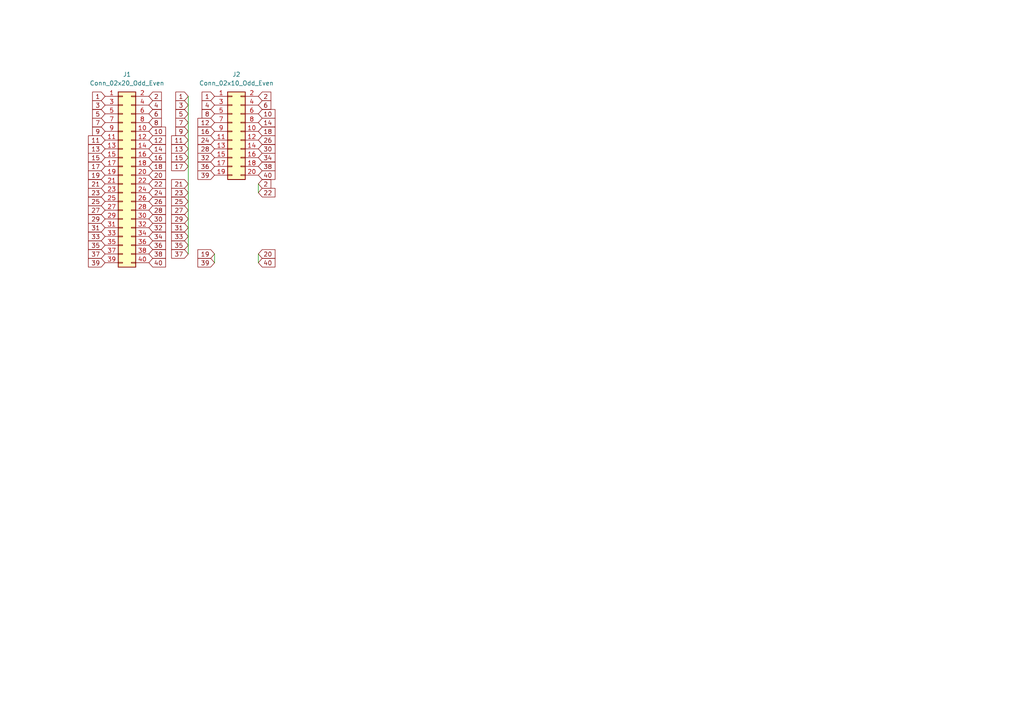
<source format=kicad_sch>
(kicad_sch (version 20211123) (generator eeschema)
  (paper "A4")
  (lib_symbols
    (symbol "Connector_Generic:Conn_02x10_Odd_Even" (pin_names (offset 1.016) hide)
      (property "Reference" "J" (at 1.27 12.7 0))
      (property "Value" "Conn_02x10_Odd_Even" (at 1.27 -15.24 0))
      (symbol "Conn_02x10_Odd_Even_1_1"
        (rectangle (start -1.27 -12.573) (end 0 -12.827) (stroke (width 0.1524)))
        (rectangle (start -1.27 -10.033) (end 0 -10.287) (stroke (width 0.1524)))
        (rectangle (start -1.27 -7.493) (end 0 -7.747) (stroke (width 0.1524)))
        (rectangle (start -1.27 -4.953) (end 0 -5.207) (stroke (width 0.1524)))
        (rectangle (start -1.27 -2.413) (end 0 -2.667) (stroke (width 0.1524)))
        (rectangle (start -1.27 0.127) (end 0 -0.127) (stroke (width 0.1524)))
        (rectangle (start -1.27 2.667) (end 0 2.413) (stroke (width 0.1524)))
        (rectangle (start -1.27 5.207) (end 0 4.953) (stroke (width 0.1524)))
        (rectangle (start -1.27 7.747) (end 0 7.493) (stroke (width 0.1524)))
        (rectangle (start -1.27 10.287) (end 0 10.033) (stroke (width 0.1524)))
        (rectangle (start -1.27 11.43) (end 3.81 -13.97) (stroke (width 0.254)) (fill (type background)))
        (rectangle (start 3.81 -12.573) (end 2.54 -12.827) (stroke (width 0.1524)))
        (rectangle (start 3.81 -10.033) (end 2.54 -10.287) (stroke (width 0.1524)))
        (rectangle (start 3.81 -7.493) (end 2.54 -7.747) (stroke (width 0.1524)))
        (rectangle (start 3.81 -4.953) (end 2.54 -5.207) (stroke (width 0.1524)))
        (rectangle (start 3.81 -2.413) (end 2.54 -2.667) (stroke (width 0.1524)))
        (rectangle (start 3.81 0.127) (end 2.54 -0.127) (stroke (width 0.1524)))
        (rectangle (start 3.81 2.667) (end 2.54 2.413) (stroke (width 0.1524)))
        (rectangle (start 3.81 5.207) (end 2.54 4.953) (stroke (width 0.1524)))
        (rectangle (start 3.81 7.747) (end 2.54 7.493) (stroke (width 0.1524)))
        (rectangle (start 3.81 10.287) (end 2.54 10.033) (stroke (width 0.1524)))
        (pin passive line (at -5.08 10.16 0) (length 3.81) (name "Pin_1") (number "1"))
        (pin passive line (at 7.62 0 180) (length 3.81) (name "Pin_10") (number "10"))
        (pin passive line (at -5.08 -2.54 0) (length 3.81) (name "Pin_11") (number "11"))
        (pin passive line (at 7.62 -2.54 180) (length 3.81) (name "Pin_12") (number "12"))
        (pin passive line (at -5.08 -5.08 0) (length 3.81) (name "Pin_13") (number "13"))
        (pin passive line (at 7.62 -5.08 180) (length 3.81) (name "Pin_14") (number "14"))
        (pin passive line (at -5.08 -7.62 0) (length 3.81) (name "Pin_15") (number "15"))
        (pin passive line (at 7.62 -7.62 180) (length 3.81) (name "Pin_16") (number "16"))
        (pin passive line (at -5.08 -10.16 0) (length 3.81) (name "Pin_17") (number "17"))
        (pin passive line (at 7.62 -10.16 180) (length 3.81) (name "Pin_18") (number "18"))
        (pin passive line (at -5.08 -12.7 0) (length 3.81) (name "Pin_19") (number "19"))
        (pin passive line (at 7.62 10.16 180) (length 3.81) (name "Pin_2") (number "2"))
        (pin passive line (at 7.62 -12.7 180) (length 3.81) (name "Pin_20") (number "20"))
        (pin passive line (at -5.08 7.62 0) (length 3.81) (name "Pin_3") (number "3"))
        (pin passive line (at 7.62 7.62 180) (length 3.81) (name "Pin_4") (number "4"))
        (pin passive line (at -5.08 5.08 0) (length 3.81) (name "Pin_5") (number "5"))
        (pin passive line (at 7.62 5.08 180) (length 3.81) (name "Pin_6") (number "6"))
        (pin passive line (at -5.08 2.54 0) (length 3.81) (name "Pin_7") (number "7"))
        (pin passive line (at 7.62 2.54 180) (length 3.81) (name "Pin_8") (number "8"))
        (pin passive line (at -5.08 0 0) (length 3.81) (name "Pin_9") (number "9"))
      )
    )
    (symbol "Connector_Generic:Conn_02x20_Odd_Even" (pin_names (offset 1.016) hide)
      (property "Reference" "J" (at 1.27 25.4 0))
      (property "Value" "Conn_02x20_Odd_Even" (at 1.27 -27.94 0))
      (symbol "Conn_02x20_Odd_Even_1_1"
        (rectangle (start -1.27 -25.273) (end 0 -25.527) (stroke (width 0.1524)))
        (rectangle (start -1.27 -22.733) (end 0 -22.987) (stroke (width 0.1524)))
        (rectangle (start -1.27 -20.193) (end 0 -20.447) (stroke (width 0.1524)))
        (rectangle (start -1.27 -17.653) (end 0 -17.907) (stroke (width 0.1524)))
        (rectangle (start -1.27 -15.113) (end 0 -15.367) (stroke (width 0.1524)))
        (rectangle (start -1.27 -12.573) (end 0 -12.827) (stroke (width 0.1524)))
        (rectangle (start -1.27 -10.033) (end 0 -10.287) (stroke (width 0.1524)))
        (rectangle (start -1.27 -7.493) (end 0 -7.747) (stroke (width 0.1524)))
        (rectangle (start -1.27 -4.953) (end 0 -5.207) (stroke (width 0.1524)))
        (rectangle (start -1.27 -2.413) (end 0 -2.667) (stroke (width 0.1524)))
        (rectangle (start -1.27 0.127) (end 0 -0.127) (stroke (width 0.1524)))
        (rectangle (start -1.27 2.667) (end 0 2.413) (stroke (width 0.1524)))
        (rectangle (start -1.27 5.207) (end 0 4.953) (stroke (width 0.1524)))
        (rectangle (start -1.27 7.747) (end 0 7.493) (stroke (width 0.1524)))
        (rectangle (start -1.27 10.287) (end 0 10.033) (stroke (width 0.1524)))
        (rectangle (start -1.27 12.827) (end 0 12.573) (stroke (width 0.1524)))
        (rectangle (start -1.27 15.367) (end 0 15.113) (stroke (width 0.1524)))
        (rectangle (start -1.27 17.907) (end 0 17.653) (stroke (width 0.1524)))
        (rectangle (start -1.27 20.447) (end 0 20.193) (stroke (width 0.1524)))
        (rectangle (start -1.27 22.987) (end 0 22.733) (stroke (width 0.1524)))
        (rectangle (start -1.27 24.13) (end 3.81 -26.67) (stroke (width 0.254)) (fill (type background)))
        (rectangle (start 3.81 -25.273) (end 2.54 -25.527) (stroke (width 0.1524)))
        (rectangle (start 3.81 -22.733) (end 2.54 -22.987) (stroke (width 0.1524)))
        (rectangle (start 3.81 -20.193) (end 2.54 -20.447) (stroke (width 0.1524)))
        (rectangle (start 3.81 -17.653) (end 2.54 -17.907) (stroke (width 0.1524)))
        (rectangle (start 3.81 -15.113) (end 2.54 -15.367) (stroke (width 0.1524)))
        (rectangle (start 3.81 -12.573) (end 2.54 -12.827) (stroke (width 0.1524)))
        (rectangle (start 3.81 -10.033) (end 2.54 -10.287) (stroke (width 0.1524)))
        (rectangle (start 3.81 -7.493) (end 2.54 -7.747) (stroke (width 0.1524)))
        (rectangle (start 3.81 -4.953) (end 2.54 -5.207) (stroke (width 0.1524)))
        (rectangle (start 3.81 -2.413) (end 2.54 -2.667) (stroke (width 0.1524)))
        (rectangle (start 3.81 0.127) (end 2.54 -0.127) (stroke (width 0.1524)))
        (rectangle (start 3.81 2.667) (end 2.54 2.413) (stroke (width 0.1524)))
        (rectangle (start 3.81 5.207) (end 2.54 4.953) (stroke (width 0.1524)))
        (rectangle (start 3.81 7.747) (end 2.54 7.493) (stroke (width 0.1524)))
        (rectangle (start 3.81 10.287) (end 2.54 10.033) (stroke (width 0.1524)))
        (rectangle (start 3.81 12.827) (end 2.54 12.573) (stroke (width 0.1524)))
        (rectangle (start 3.81 15.367) (end 2.54 15.113) (stroke (width 0.1524)))
        (rectangle (start 3.81 17.907) (end 2.54 17.653) (stroke (width 0.1524)))
        (rectangle (start 3.81 20.447) (end 2.54 20.193) (stroke (width 0.1524)))
        (rectangle (start 3.81 22.987) (end 2.54 22.733) (stroke (width 0.1524)))
        (pin passive line (at -5.08 22.86 0) (length 3.81) (name "Pin_1") (number "1"))
        (pin passive line (at 7.62 12.7 180) (length 3.81) (name "Pin_10") (number "10"))
        (pin passive line (at -5.08 10.16 0) (length 3.81) (name "Pin_11") (number "11"))
        (pin passive line (at 7.62 10.16 180) (length 3.81) (name "Pin_12") (number "12"))
        (pin passive line (at -5.08 7.62 0) (length 3.81) (name "Pin_13") (number "13"))
        (pin passive line (at 7.62 7.62 180) (length 3.81) (name "Pin_14") (number "14"))
        (pin passive line (at -5.08 5.08 0) (length 3.81) (name "Pin_15") (number "15"))
        (pin passive line (at 7.62 5.08 180) (length 3.81) (name "Pin_16") (number "16"))
        (pin passive line (at -5.08 2.54 0) (length 3.81) (name "Pin_17") (number "17"))
        (pin passive line (at 7.62 2.54 180) (length 3.81) (name "Pin_18") (number "18"))
        (pin passive line (at -5.08 0 0) (length 3.81) (name "Pin_19") (number "19"))
        (pin passive line (at 7.62 22.86 180) (length 3.81) (name "Pin_2") (number "2"))
        (pin passive line (at 7.62 0 180) (length 3.81) (name "Pin_20") (number "20"))
        (pin passive line (at -5.08 -2.54 0) (length 3.81) (name "Pin_21") (number "21"))
        (pin passive line (at 7.62 -2.54 180) (length 3.81) (name "Pin_22") (number "22"))
        (pin passive line (at -5.08 -5.08 0) (length 3.81) (name "Pin_23") (number "23"))
        (pin passive line (at 7.62 -5.08 180) (length 3.81) (name "Pin_24") (number "24"))
        (pin passive line (at -5.08 -7.62 0) (length 3.81) (name "Pin_25") (number "25"))
        (pin passive line (at 7.62 -7.62 180) (length 3.81) (name "Pin_26") (number "26"))
        (pin passive line (at -5.08 -10.16 0) (length 3.81) (name "Pin_27") (number "27"))
        (pin passive line (at 7.62 -10.16 180) (length 3.81) (name "Pin_28") (number "28"))
        (pin passive line (at -5.08 -12.7 0) (length 3.81) (name "Pin_29") (number "29"))
        (pin passive line (at -5.08 20.32 0) (length 3.81) (name "Pin_3") (number "3"))
        (pin passive line (at 7.62 -12.7 180) (length 3.81) (name "Pin_30") (number "30"))
        (pin passive line (at -5.08 -15.24 0) (length 3.81) (name "Pin_31") (number "31"))
        (pin passive line (at 7.62 -15.24 180) (length 3.81) (name "Pin_32") (number "32"))
        (pin passive line (at -5.08 -17.78 0) (length 3.81) (name "Pin_33") (number "33"))
        (pin passive line (at 7.62 -17.78 180) (length 3.81) (name "Pin_34") (number "34"))
        (pin passive line (at -5.08 -20.32 0) (length 3.81) (name "Pin_35") (number "35"))
        (pin passive line (at 7.62 -20.32 180) (length 3.81) (name "Pin_36") (number "36"))
        (pin passive line (at -5.08 -22.86 0) (length 3.81) (name "Pin_37") (number "37"))
        (pin passive line (at 7.62 -22.86 180) (length 3.81) (name "Pin_38") (number "38"))
        (pin passive line (at -5.08 -25.4 0) (length 3.81) (name "Pin_39") (number "39"))
        (pin passive line (at 7.62 20.32 180) (length 3.81) (name "Pin_4") (number "4"))
        (pin passive line (at 7.62 -25.4 180) (length 3.81) (name "Pin_40") (number "40"))
        (pin passive line (at -5.08 17.78 0) (length 3.81) (name "Pin_5") (number "5"))
        (pin passive line (at 7.62 17.78 180) (length 3.81) (name "Pin_6") (number "6"))
        (pin passive line (at -5.08 15.24 0) (length 3.81) (name "Pin_7") (number "7"))
        (pin passive line (at 7.62 15.24 180) (length 3.81) (name "Pin_8") (number "8"))
        (pin passive line (at -5.08 12.7 0) (length 3.81) (name "Pin_9") (number "9"))
      )
    )
  )
  (wire (pts (xy 74.93 53.34) (xy 74.93 55.88)))
  (wire (pts (xy 62.23 73.66) (xy 62.23 76.2)))
  (wire (pts (xy 54.61 27.94) (xy 54.61 73.66)))
  (wire (pts (xy 74.93 73.66) (xy 74.93 76.2)))
  (global_label "28" (shape input) (at 62.23 43.18 180) (property "Intersheet References" "${INTERSHEET_REFS}" (effects hide)))
  (global_label "1" (shape input) (at 30.48 27.94 180) (property "Intersheet References" "${INTERSHEET_REFS}" (effects hide)))
  (global_label "9" (shape input) (at 54.61 38.1 180) (property "Intersheet References" "${INTERSHEET_REFS}" (effects hide)))
  (global_label "6" (shape input) (at 43.18 33.02 0) (property "Intersheet References" "${INTERSHEET_REFS}" (effects hide)))
  (global_label "30" (shape input) (at 74.93 43.18 0) (property "Intersheet References" "${INTERSHEET_REFS}" (effects hide)))
  (global_label "25" (shape input) (at 54.61 58.42 180) (property "Intersheet References" "${INTERSHEET_REFS}" (effects hide)))
  (global_label "23" (shape input) (at 54.61 55.88 180) (property "Intersheet References" "${INTERSHEET_REFS}" (effects hide)))
  (global_label "37" (shape input) (at 30.48 73.66 180) (property "Intersheet References" "${INTERSHEET_REFS}" (effects hide)))
  (global_label "39" (shape input) (at 62.23 76.2 180) (property "Intersheet References" "${INTERSHEET_REFS}" (effects hide)))
  (global_label "39" (shape input) (at 62.23 50.8 180) (property "Intersheet References" "${INTERSHEET_REFS}" (effects hide)))
  (global_label "4" (shape input) (at 62.23 30.48 180) (property "Intersheet References" "${INTERSHEET_REFS}" (effects hide)))
  (global_label "11" (shape input) (at 30.48 40.64 180) (property "Intersheet References" "${INTERSHEET_REFS}" (effects hide)))
  (global_label "12" (shape input) (at 43.18 40.64 0) (property "Intersheet References" "${INTERSHEET_REFS}" (effects hide)))
  (global_label "32" (shape input) (at 62.23 45.72 180) (property "Intersheet References" "${INTERSHEET_REFS}" (effects hide)))
  (global_label "40" (shape input) (at 74.93 50.8 0) (property "Intersheet References" "${INTERSHEET_REFS}" (effects hide)))
  (global_label "10" (shape input) (at 43.18 38.1 0) (property "Intersheet References" "${INTERSHEET_REFS}" (effects hide)))
  (global_label "36" (shape input) (at 62.23 48.26 180) (property "Intersheet References" "${INTERSHEET_REFS}" (effects hide)))
  (global_label "24" (shape input) (at 43.18 55.88 0) (property "Intersheet References" "${INTERSHEET_REFS}" (effects hide)))
  (global_label "19" (shape input) (at 30.48 50.8 180) (property "Intersheet References" "${INTERSHEET_REFS}" (effects hide)))
  (global_label "34" (shape input) (at 43.18 68.58 0) (property "Intersheet References" "${INTERSHEET_REFS}" (effects hide)))
  (global_label "16" (shape input) (at 43.18 45.72 0) (property "Intersheet References" "${INTERSHEET_REFS}" (effects hide)))
  (global_label "14" (shape input) (at 74.93 35.56 0) (property "Intersheet References" "${INTERSHEET_REFS}" (effects hide)))
  (global_label "40" (shape input) (at 74.93 76.2 0) (property "Intersheet References" "${INTERSHEET_REFS}" (effects hide)))
  (global_label "34" (shape input) (at 74.93 45.72 0) (property "Intersheet References" "${INTERSHEET_REFS}" (effects hide)))
  (global_label "31" (shape input) (at 30.48 66.04 180) (property "Intersheet References" "${INTERSHEET_REFS}" (effects hide)))
  (global_label "13" (shape input) (at 54.61 43.18 180) (property "Intersheet References" "${INTERSHEET_REFS}" (effects hide)))
  (global_label "17" (shape input) (at 30.48 48.26 180) (property "Intersheet References" "${INTERSHEET_REFS}" (effects hide)))
  (global_label "38" (shape input) (at 43.18 73.66 0) (property "Intersheet References" "${INTERSHEET_REFS}" (effects hide)))
  (global_label "1" (shape input) (at 54.61 27.94 180) (property "Intersheet References" "${INTERSHEET_REFS}" (effects hide)))
  (global_label "33" (shape input) (at 30.48 68.58 180) (property "Intersheet References" "${INTERSHEET_REFS}" (effects hide)))
  (global_label "15" (shape input) (at 30.48 45.72 180) (property "Intersheet References" "${INTERSHEET_REFS}" (effects hide)))
  (global_label "2" (shape input) (at 74.93 27.94 0) (property "Intersheet References" "${INTERSHEET_REFS}" (effects hide)))
  (global_label "22" (shape input) (at 43.18 53.34 0) (property "Intersheet References" "${INTERSHEET_REFS}" (effects hide)))
  (global_label "10" (shape input) (at 74.93 33.02 0) (property "Intersheet References" "${INTERSHEET_REFS}" (effects hide)))
  (global_label "16" (shape input) (at 62.23 38.1 180) (property "Intersheet References" "${INTERSHEET_REFS}" (effects hide)))
  (global_label "1" (shape input) (at 62.23 27.94 180) (property "Intersheet References" "${INTERSHEET_REFS}" (effects hide)))
  (global_label "40" (shape input) (at 43.18 76.2 0) (property "Intersheet References" "${INTERSHEET_REFS}" (effects hide)))
  (global_label "37" (shape input) (at 54.61 73.66 180) (property "Intersheet References" "${INTERSHEET_REFS}" (effects hide)))
  (global_label "22" (shape input) (at 74.93 55.88 0) (property "Intersheet References" "${INTERSHEET_REFS}" (effects hide)))
  (global_label "23" (shape input) (at 30.48 55.88 180) (property "Intersheet References" "${INTERSHEET_REFS}" (effects hide)))
  (global_label "7" (shape input) (at 30.48 35.56 180) (property "Intersheet References" "${INTERSHEET_REFS}" (effects hide)))
  (global_label "5" (shape input) (at 30.48 33.02 180) (property "Intersheet References" "${INTERSHEET_REFS}" (effects hide)))
  (global_label "35" (shape input) (at 54.61 71.12 180) (property "Intersheet References" "${INTERSHEET_REFS}" (effects hide)))
  (global_label "19" (shape input) (at 62.23 73.66 180) (property "Intersheet References" "${INTERSHEET_REFS}" (effects hide)))
  (global_label "2" (shape input) (at 43.18 27.94 0) (property "Intersheet References" "${INTERSHEET_REFS}" (effects hide)))
  (global_label "5" (shape input) (at 54.61 33.02 180) (property "Intersheet References" "${INTERSHEET_REFS}" (effects hide)))
  (global_label "7" (shape input) (at 54.61 35.56 180) (property "Intersheet References" "${INTERSHEET_REFS}" (effects hide)))
  (global_label "14" (shape input) (at 43.18 43.18 0) (property "Intersheet References" "${INTERSHEET_REFS}" (effects hide)))
  (global_label "20" (shape input) (at 74.93 73.66 0) (property "Intersheet References" "${INTERSHEET_REFS}" (effects hide)))
  (global_label "29" (shape input) (at 54.61 63.5 180) (property "Intersheet References" "${INTERSHEET_REFS}" (effects hide)))
  (global_label "30" (shape input) (at 43.18 63.5 0) (property "Intersheet References" "${INTERSHEET_REFS}" (effects hide)))
  (global_label "33" (shape input) (at 54.61 68.58 180) (property "Intersheet References" "${INTERSHEET_REFS}" (effects hide)))
  (global_label "11" (shape input) (at 54.61 40.64 180) (property "Intersheet References" "${INTERSHEET_REFS}" (effects hide)))
  (global_label "29" (shape input) (at 30.48 63.5 180) (property "Intersheet References" "${INTERSHEET_REFS}" (effects hide)))
  (global_label "8" (shape input) (at 62.23 33.02 180) (property "Intersheet References" "${INTERSHEET_REFS}" (effects hide)))
  (global_label "28" (shape input) (at 43.18 60.96 0) (property "Intersheet References" "${INTERSHEET_REFS}" (effects hide)))
  (global_label "9" (shape input) (at 30.48 38.1 180) (property "Intersheet References" "${INTERSHEET_REFS}" (effects hide)))
  (global_label "20" (shape input) (at 43.18 50.8 0) (property "Intersheet References" "${INTERSHEET_REFS}" (effects hide)))
  (global_label "25" (shape input) (at 30.48 58.42 180) (property "Intersheet References" "${INTERSHEET_REFS}" (effects hide)))
  (global_label "15" (shape input) (at 54.61 45.72 180) (property "Intersheet References" "${INTERSHEET_REFS}" (effects hide)))
  (global_label "31" (shape input) (at 54.61 66.04 180) (property "Intersheet References" "${INTERSHEET_REFS}" (effects hide)))
  (global_label "13" (shape input) (at 30.48 43.18 180) (property "Intersheet References" "${INTERSHEET_REFS}" (effects hide)))
  (global_label "21" (shape input) (at 30.48 53.34 180) (property "Intersheet References" "${INTERSHEET_REFS}" (effects hide)))
  (global_label "4" (shape input) (at 43.18 30.48 0) (property "Intersheet References" "${INTERSHEET_REFS}" (effects hide)))
  (global_label "21" (shape input) (at 54.61 53.34 180) (property "Intersheet References" "${INTERSHEET_REFS}" (effects hide)))
  (global_label "17" (shape input) (at 54.61 48.26 180) (property "Intersheet References" "${INTERSHEET_REFS}" (effects hide)))
  (global_label "8" (shape input) (at 43.18 35.56 0) (property "Intersheet References" "${INTERSHEET_REFS}" (effects hide)))
  (global_label "18" (shape input) (at 74.93 38.1 0) (property "Intersheet References" "${INTERSHEET_REFS}" (effects hide)))
  (global_label "38" (shape input) (at 74.93 48.26 0) (property "Intersheet References" "${INTERSHEET_REFS}" (effects hide)))
  (global_label "6" (shape input) (at 74.93 30.48 0) (property "Intersheet References" "${INTERSHEET_REFS}" (effects hide)))
  (global_label "2" (shape input) (at 74.93 53.34 0) (property "Intersheet References" "${INTERSHEET_REFS}" (effects hide)))
  (global_label "35" (shape input) (at 30.48 71.12 180) (property "Intersheet References" "${INTERSHEET_REFS}" (effects hide)))
  (global_label "32" (shape input) (at 43.18 66.04 0) (property "Intersheet References" "${INTERSHEET_REFS}" (effects hide)))
  (global_label "3" (shape input) (at 54.61 30.48 180) (property "Intersheet References" "${INTERSHEET_REFS}" (effects hide)))
  (global_label "36" (shape input) (at 43.18 71.12 0) (property "Intersheet References" "${INTERSHEET_REFS}" (effects hide)))
  (global_label "39" (shape input) (at 30.48 76.2 180) (property "Intersheet References" "${INTERSHEET_REFS}" (effects hide)))
  (global_label "26" (shape input) (at 74.93 40.64 0) (property "Intersheet References" "${INTERSHEET_REFS}" (effects hide)))
  (global_label "12" (shape input) (at 62.23 35.56 180) (property "Intersheet References" "${INTERSHEET_REFS}" (effects hide)))
  (global_label "27" (shape input) (at 54.61 60.96 180) (property "Intersheet References" "${INTERSHEET_REFS}" (effects hide)))
  (global_label "18" (shape input) (at 43.18 48.26 0) (property "Intersheet References" "${INTERSHEET_REFS}" (effects hide)))
  (global_label "26" (shape input) (at 43.18 58.42 0) (property "Intersheet References" "${INTERSHEET_REFS}" (effects hide)))
  (global_label "3" (shape input) (at 30.48 30.48 180) (property "Intersheet References" "${INTERSHEET_REFS}" (effects hide)))
  (global_label "24" (shape input) (at 62.23 40.64 180) (property "Intersheet References" "${INTERSHEET_REFS}" (effects hide)))
  (global_label "27" (shape input) (at 30.48 60.96 180) (property "Intersheet References" "${INTERSHEET_REFS}" (effects hide)))
  (symbol (lib_id "Connector_Generic:Conn_02x20_Odd_Even") (at 35.56 50.8 0) (unit 1)
    (property "Reference" "J1" (at 36.83 21.59 0))
    (property "Value" "Conn_02x20_Odd_Even" (at 36.83 24.13 0))
  )
  (symbol (lib_id "Connector_Generic:Conn_02x10_Odd_Even") (at 67.31 38.1 0) (unit 1)
    (property "Reference" "J2" (at 68.58 21.59 0))
    (property "Value" "Conn_02x10_Odd_Even" (at 68.58 24.13 0))
  )
)
</source>
